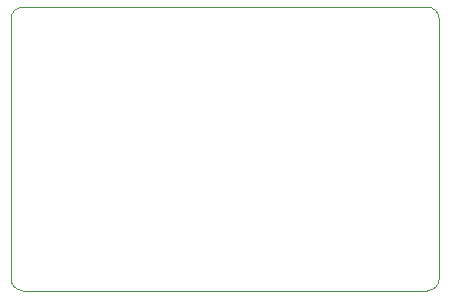
<source format=gm1>
G04 #@! TF.GenerationSoftware,KiCad,Pcbnew,8.0.2*
G04 #@! TF.CreationDate,2024-06-05T16:41:01+02:00*
G04 #@! TF.ProjectId,Local Oscillator 60 MHz,4c6f6361-6c20-44f7-9363-696c6c61746f,rev?*
G04 #@! TF.SameCoordinates,Original*
G04 #@! TF.FileFunction,Profile,NP*
%FSLAX46Y46*%
G04 Gerber Fmt 4.6, Leading zero omitted, Abs format (unit mm)*
G04 Created by KiCad (PCBNEW 8.0.2) date 2024-06-05 16:41:01*
%MOMM*%
%LPD*%
G01*
G04 APERTURE LIST*
G04 #@! TA.AperFunction,Profile*
%ADD10C,0.050000*%
G04 #@! TD*
G04 APERTURE END LIST*
D10*
X116500000Y-81250000D02*
X116500000Y-59250000D01*
X81250000Y-82250000D02*
G75*
G02*
X80250000Y-81250000I0J1000000D01*
G01*
X80250000Y-59250000D02*
G75*
G02*
X81250000Y-58250000I1000000J0D01*
G01*
X81250000Y-82250000D02*
X115500000Y-82250000D01*
X116500000Y-81250000D02*
G75*
G02*
X115500000Y-82250000I-1000000J0D01*
G01*
X115500000Y-58250000D02*
X81250000Y-58250000D01*
X115500000Y-58250000D02*
G75*
G02*
X116500000Y-59250000I0J-1000000D01*
G01*
X80250000Y-59250000D02*
X80250000Y-81250000D01*
M02*

</source>
